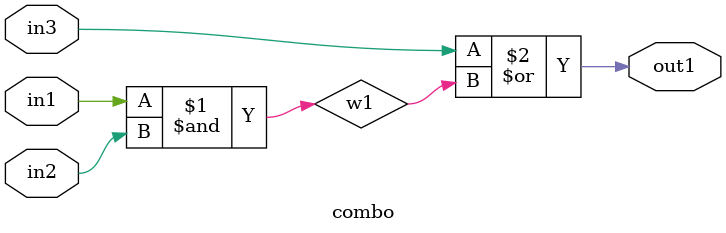
<source format=v>
module combo(out1, in1, in2, in3);
   output out1;
   input  in1;
   input  in2;
   input  in3;

   wire   w1;

   and and1(w1, in1, in2);
   or or1(out1, in3, w1);
   
endmodule // combo


</source>
